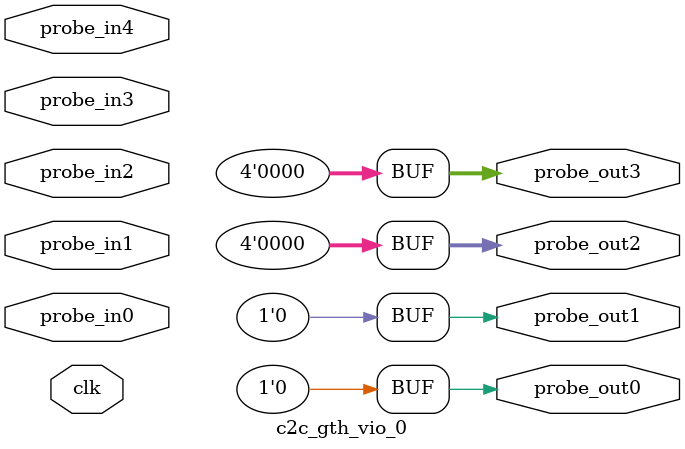
<source format=v>
`timescale 1ns / 1ps
module c2c_gth_vio_0 (
clk,
probe_in0,probe_in1,probe_in2,probe_in3,probe_in4,
probe_out0,
probe_out1,
probe_out2,
probe_out3
);

input clk;
input [0 : 0] probe_in0;
input [0 : 0] probe_in1;
input [0 : 0] probe_in2;
input [0 : 0] probe_in3;
input [0 : 0] probe_in4;

output reg [0 : 0] probe_out0 = 'h0 ;
output reg [0 : 0] probe_out1 = 'h0 ;
output reg [3 : 0] probe_out2 = 'h0 ;
output reg [3 : 0] probe_out3 = 'h0 ;


endmodule

</source>
